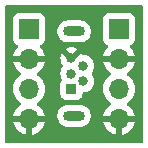
<source format=gbr>
%TF.GenerationSoftware,KiCad,Pcbnew,(6.0.1)*%
%TF.CreationDate,2022-03-20T21:24:39-04:00*%
%TF.ProjectId,jwrr3-usb-5v,6a777272-332d-4757-9362-2d35762e6b69,rev?*%
%TF.SameCoordinates,Original*%
%TF.FileFunction,Copper,L2,Bot*%
%TF.FilePolarity,Positive*%
%FSLAX46Y46*%
G04 Gerber Fmt 4.6, Leading zero omitted, Abs format (unit mm)*
G04 Created by KiCad (PCBNEW (6.0.1)) date 2022-03-20 21:24:39*
%MOMM*%
%LPD*%
G01*
G04 APERTURE LIST*
%TA.AperFunction,ComponentPad*%
%ADD10R,0.840000X0.840000*%
%TD*%
%TA.AperFunction,ComponentPad*%
%ADD11C,0.840000*%
%TD*%
%TA.AperFunction,ComponentPad*%
%ADD12O,1.850000X0.850000*%
%TD*%
%TA.AperFunction,ComponentPad*%
%ADD13R,1.700000X1.700000*%
%TD*%
%TA.AperFunction,ComponentPad*%
%ADD14O,1.700000X1.700000*%
%TD*%
%TA.AperFunction,Conductor*%
%ADD15C,0.250000*%
%TD*%
G04 APERTURE END LIST*
D10*
%TO.P,J1,1,VBUS*%
%TO.N,/VCC*%
X120430000Y-71120000D03*
D11*
%TO.P,J1,2,D-*%
%TO.N,Net-(J1-Pad2)*%
X121430000Y-70470000D03*
%TO.P,J1,3,D+*%
X120430000Y-69820000D03*
%TO.P,J1,4,ID*%
%TO.N,unconnected-(J1-Pad4)*%
X121430000Y-69170000D03*
%TO.P,J1,5,GND*%
%TO.N,/GND*%
X120430000Y-68520000D03*
D12*
%TO.P,J1,6,Shield*%
%TO.N,unconnected-(J1-Pad6)*%
X120650000Y-73395000D03*
X120650000Y-66245000D03*
%TD*%
D13*
%TO.P,J2,1,Pin_1*%
%TO.N,/VCC*%
X116840000Y-66040000D03*
D14*
%TO.P,J2,2,Pin_2*%
%TO.N,/GND*%
X116840000Y-68580000D03*
%TO.P,J2,3,Pin_3*%
%TO.N,/VCC*%
X116840000Y-71120000D03*
%TO.P,J2,4,Pin_4*%
%TO.N,/GND*%
X116840000Y-73660000D03*
%TD*%
D13*
%TO.P,J3,1,Pin_1*%
%TO.N,/VCC*%
X124460000Y-66040000D03*
D14*
%TO.P,J3,2,Pin_2*%
%TO.N,/GND*%
X124460000Y-68580000D03*
%TO.P,J3,3,Pin_3*%
%TO.N,/VCC*%
X124460000Y-71120000D03*
%TO.P,J3,4,Pin_4*%
%TO.N,/GND*%
X124460000Y-73660000D03*
%TD*%
D15*
%TO.N,/GND*%
X125984000Y-68580000D02*
X125984000Y-73660000D01*
X124460000Y-68580000D02*
X125984000Y-68580000D01*
X125984000Y-73660000D02*
X124460000Y-73660000D01*
X115316000Y-68580000D02*
X116840000Y-68580000D01*
X115316000Y-73660000D02*
X115316000Y-68580000D01*
X116840000Y-73660000D02*
X115316000Y-73660000D01*
X119220000Y-67310000D02*
X120430000Y-68520000D01*
X119220000Y-68232000D02*
X119220000Y-67310000D01*
X118872000Y-68580000D02*
X119220000Y-68232000D01*
X116840000Y-68580000D02*
X118872000Y-68580000D01*
X121666000Y-67310000D02*
X121640000Y-67310000D01*
X122936000Y-68580000D02*
X121666000Y-67310000D01*
X124460000Y-68580000D02*
X122936000Y-68580000D01*
X121640000Y-67310000D02*
X120430000Y-68520000D01*
%TD*%
%TA.AperFunction,Conductor*%
%TO.N,/GND*%
G36*
X126434121Y-64028002D02*
G01*
X126480614Y-64081658D01*
X126492000Y-64134000D01*
X126492000Y-75566000D01*
X126471998Y-75634121D01*
X126418342Y-75680614D01*
X126366000Y-75692000D01*
X114934000Y-75692000D01*
X114865879Y-75671998D01*
X114819386Y-75618342D01*
X114808000Y-75566000D01*
X114808000Y-73927966D01*
X115508257Y-73927966D01*
X115538565Y-74062446D01*
X115541645Y-74072275D01*
X115621770Y-74269603D01*
X115626413Y-74278794D01*
X115737694Y-74460388D01*
X115743777Y-74468699D01*
X115883213Y-74629667D01*
X115890580Y-74636883D01*
X116054434Y-74772916D01*
X116062881Y-74778831D01*
X116246756Y-74886279D01*
X116256042Y-74890729D01*
X116455001Y-74966703D01*
X116464899Y-74969579D01*
X116568250Y-74990606D01*
X116582299Y-74989410D01*
X116586000Y-74979065D01*
X116586000Y-74978517D01*
X117094000Y-74978517D01*
X117098064Y-74992359D01*
X117111478Y-74994393D01*
X117118184Y-74993534D01*
X117128262Y-74991392D01*
X117332255Y-74930191D01*
X117341842Y-74926433D01*
X117533095Y-74832739D01*
X117541945Y-74827464D01*
X117715328Y-74703792D01*
X117723200Y-74697139D01*
X117874052Y-74546812D01*
X117880730Y-74538965D01*
X118005003Y-74366020D01*
X118010313Y-74357183D01*
X118104670Y-74166267D01*
X118108469Y-74156672D01*
X118170377Y-73952910D01*
X118172555Y-73942837D01*
X118173986Y-73931962D01*
X118171775Y-73917778D01*
X118158617Y-73914000D01*
X117112115Y-73914000D01*
X117096876Y-73918475D01*
X117095671Y-73919865D01*
X117094000Y-73927548D01*
X117094000Y-74978517D01*
X116586000Y-74978517D01*
X116586000Y-73932115D01*
X116581525Y-73916876D01*
X116580135Y-73915671D01*
X116572452Y-73914000D01*
X115523225Y-73914000D01*
X115509694Y-73917973D01*
X115508257Y-73927966D01*
X114808000Y-73927966D01*
X114808000Y-73493115D01*
X119216500Y-73493115D01*
X119257298Y-73685056D01*
X119337112Y-73864321D01*
X119340992Y-73869662D01*
X119340993Y-73869663D01*
X119376093Y-73917973D01*
X119452453Y-74023074D01*
X119598280Y-74154377D01*
X119768220Y-74252492D01*
X119774506Y-74254534D01*
X119774505Y-74254534D01*
X119948566Y-74311090D01*
X119948567Y-74311090D01*
X119954845Y-74313130D01*
X119961408Y-74313820D01*
X119961409Y-74313820D01*
X119984405Y-74316237D01*
X120101078Y-74328500D01*
X121198922Y-74328500D01*
X121315595Y-74316237D01*
X121338591Y-74313820D01*
X121338592Y-74313820D01*
X121345155Y-74313130D01*
X121351433Y-74311090D01*
X121351434Y-74311090D01*
X121525495Y-74254534D01*
X121525494Y-74254534D01*
X121531780Y-74252492D01*
X121701720Y-74154377D01*
X121847547Y-74023074D01*
X121916648Y-73927966D01*
X123128257Y-73927966D01*
X123158565Y-74062446D01*
X123161645Y-74072275D01*
X123241770Y-74269603D01*
X123246413Y-74278794D01*
X123357694Y-74460388D01*
X123363777Y-74468699D01*
X123503213Y-74629667D01*
X123510580Y-74636883D01*
X123674434Y-74772916D01*
X123682881Y-74778831D01*
X123866756Y-74886279D01*
X123876042Y-74890729D01*
X124075001Y-74966703D01*
X124084899Y-74969579D01*
X124188250Y-74990606D01*
X124202299Y-74989410D01*
X124206000Y-74979065D01*
X124206000Y-74978517D01*
X124714000Y-74978517D01*
X124718064Y-74992359D01*
X124731478Y-74994393D01*
X124738184Y-74993534D01*
X124748262Y-74991392D01*
X124952255Y-74930191D01*
X124961842Y-74926433D01*
X125153095Y-74832739D01*
X125161945Y-74827464D01*
X125335328Y-74703792D01*
X125343200Y-74697139D01*
X125494052Y-74546812D01*
X125500730Y-74538965D01*
X125625003Y-74366020D01*
X125630313Y-74357183D01*
X125724670Y-74166267D01*
X125728469Y-74156672D01*
X125790377Y-73952910D01*
X125792555Y-73942837D01*
X125793986Y-73931962D01*
X125791775Y-73917778D01*
X125778617Y-73914000D01*
X124732115Y-73914000D01*
X124716876Y-73918475D01*
X124715671Y-73919865D01*
X124714000Y-73927548D01*
X124714000Y-74978517D01*
X124206000Y-74978517D01*
X124206000Y-73932115D01*
X124201525Y-73916876D01*
X124200135Y-73915671D01*
X124192452Y-73914000D01*
X123143225Y-73914000D01*
X123129694Y-73917973D01*
X123128257Y-73927966D01*
X121916648Y-73927966D01*
X121923908Y-73917973D01*
X121959007Y-73869663D01*
X121959008Y-73869662D01*
X121962888Y-73864321D01*
X122042702Y-73685056D01*
X122083500Y-73493115D01*
X122083500Y-73296885D01*
X122068407Y-73225875D01*
X122044074Y-73111401D01*
X122042702Y-73104944D01*
X122005245Y-73020814D01*
X121965573Y-72931709D01*
X121965572Y-72931707D01*
X121962888Y-72925679D01*
X121847547Y-72766926D01*
X121729032Y-72660215D01*
X121706628Y-72640042D01*
X121706627Y-72640041D01*
X121701720Y-72635623D01*
X121531780Y-72537508D01*
X121422867Y-72502120D01*
X121351434Y-72478910D01*
X121351433Y-72478910D01*
X121345155Y-72476870D01*
X121338592Y-72476180D01*
X121338591Y-72476180D01*
X121313730Y-72473567D01*
X121198922Y-72461500D01*
X120101078Y-72461500D01*
X119986270Y-72473567D01*
X119961409Y-72476180D01*
X119961408Y-72476180D01*
X119954845Y-72476870D01*
X119948567Y-72478910D01*
X119948566Y-72478910D01*
X119877133Y-72502120D01*
X119768220Y-72537508D01*
X119598280Y-72635623D01*
X119593373Y-72640041D01*
X119593372Y-72640042D01*
X119570968Y-72660215D01*
X119452453Y-72766926D01*
X119337112Y-72925679D01*
X119334428Y-72931707D01*
X119334427Y-72931709D01*
X119294755Y-73020814D01*
X119257298Y-73104944D01*
X119255926Y-73111401D01*
X119231594Y-73225875D01*
X119216500Y-73296885D01*
X119216500Y-73493115D01*
X114808000Y-73493115D01*
X114808000Y-71086695D01*
X115477251Y-71086695D01*
X115477548Y-71091848D01*
X115477548Y-71091851D01*
X115483011Y-71186590D01*
X115490110Y-71309715D01*
X115491247Y-71314761D01*
X115491248Y-71314767D01*
X115501283Y-71359292D01*
X115539222Y-71527639D01*
X115623266Y-71734616D01*
X115625965Y-71739020D01*
X115722212Y-71896081D01*
X115739987Y-71925088D01*
X115886250Y-72093938D01*
X116058126Y-72236632D01*
X116131955Y-72279774D01*
X116180679Y-72331412D01*
X116193750Y-72401195D01*
X116167019Y-72466967D01*
X116126562Y-72500327D01*
X116118457Y-72504546D01*
X116109738Y-72510036D01*
X115939433Y-72637905D01*
X115931726Y-72644748D01*
X115784590Y-72798717D01*
X115778104Y-72806727D01*
X115658098Y-72982649D01*
X115653000Y-72991623D01*
X115563338Y-73184783D01*
X115559775Y-73194470D01*
X115504389Y-73394183D01*
X115505912Y-73402607D01*
X115518292Y-73406000D01*
X118158344Y-73406000D01*
X118171875Y-73402027D01*
X118173180Y-73392947D01*
X118131214Y-73225875D01*
X118127894Y-73216124D01*
X118042972Y-73020814D01*
X118038105Y-73011739D01*
X117922426Y-72832926D01*
X117916136Y-72824757D01*
X117772806Y-72667240D01*
X117765273Y-72660215D01*
X117598139Y-72528222D01*
X117589556Y-72522520D01*
X117552602Y-72502120D01*
X117502631Y-72451687D01*
X117487859Y-72382245D01*
X117512975Y-72315839D01*
X117540327Y-72289232D01*
X117563797Y-72272491D01*
X117719860Y-72161173D01*
X117878096Y-72003489D01*
X117937594Y-71920689D01*
X118005435Y-71826277D01*
X118008453Y-71822077D01*
X118022384Y-71793891D01*
X118105136Y-71626453D01*
X118105137Y-71626451D01*
X118107430Y-71621811D01*
X118172370Y-71408069D01*
X118201529Y-71186590D01*
X118202086Y-71163810D01*
X118203074Y-71123365D01*
X118203074Y-71123361D01*
X118203156Y-71120000D01*
X118184852Y-70897361D01*
X118130431Y-70680702D01*
X118041354Y-70475840D01*
X117989803Y-70396154D01*
X117922822Y-70292617D01*
X117922820Y-70292614D01*
X117920014Y-70288277D01*
X117769670Y-70123051D01*
X117765619Y-70119852D01*
X117765615Y-70119848D01*
X117598414Y-69987800D01*
X117598410Y-69987798D01*
X117594359Y-69984598D01*
X117552569Y-69961529D01*
X117502598Y-69911097D01*
X117487826Y-69841654D01*
X117496016Y-69820000D01*
X119496386Y-69820000D01*
X119497076Y-69826565D01*
X119511262Y-69961529D01*
X119516788Y-70014109D01*
X119577101Y-70199735D01*
X119580404Y-70205457D01*
X119580405Y-70205458D01*
X119610503Y-70257589D01*
X119627241Y-70326584D01*
X119602210Y-70396154D01*
X119559385Y-70453295D01*
X119508255Y-70589684D01*
X119501500Y-70651866D01*
X119501500Y-71588134D01*
X119508255Y-71650316D01*
X119559385Y-71786705D01*
X119646739Y-71903261D01*
X119763295Y-71990615D01*
X119899684Y-72041745D01*
X119961866Y-72048500D01*
X120898134Y-72048500D01*
X120960316Y-72041745D01*
X121096705Y-71990615D01*
X121213261Y-71903261D01*
X121300615Y-71786705D01*
X121351745Y-71650316D01*
X121358500Y-71588134D01*
X121358500Y-71524500D01*
X121378502Y-71456379D01*
X121432158Y-71409886D01*
X121484500Y-71398500D01*
X121527589Y-71398500D01*
X121534042Y-71397128D01*
X121534046Y-71397128D01*
X121623046Y-71378210D01*
X121718503Y-71357920D01*
X121724534Y-71355235D01*
X121890777Y-71281218D01*
X121890779Y-71281217D01*
X121896807Y-71278533D01*
X122054710Y-71163810D01*
X122124145Y-71086695D01*
X123097251Y-71086695D01*
X123097548Y-71091848D01*
X123097548Y-71091851D01*
X123103011Y-71186590D01*
X123110110Y-71309715D01*
X123111247Y-71314761D01*
X123111248Y-71314767D01*
X123121283Y-71359292D01*
X123159222Y-71527639D01*
X123243266Y-71734616D01*
X123245965Y-71739020D01*
X123342212Y-71896081D01*
X123359987Y-71925088D01*
X123506250Y-72093938D01*
X123678126Y-72236632D01*
X123751955Y-72279774D01*
X123800679Y-72331412D01*
X123813750Y-72401195D01*
X123787019Y-72466967D01*
X123746562Y-72500327D01*
X123738457Y-72504546D01*
X123729738Y-72510036D01*
X123559433Y-72637905D01*
X123551726Y-72644748D01*
X123404590Y-72798717D01*
X123398104Y-72806727D01*
X123278098Y-72982649D01*
X123273000Y-72991623D01*
X123183338Y-73184783D01*
X123179775Y-73194470D01*
X123124389Y-73394183D01*
X123125912Y-73402607D01*
X123138292Y-73406000D01*
X125778344Y-73406000D01*
X125791875Y-73402027D01*
X125793180Y-73392947D01*
X125751214Y-73225875D01*
X125747894Y-73216124D01*
X125662972Y-73020814D01*
X125658105Y-73011739D01*
X125542426Y-72832926D01*
X125536136Y-72824757D01*
X125392806Y-72667240D01*
X125385273Y-72660215D01*
X125218139Y-72528222D01*
X125209556Y-72522520D01*
X125172602Y-72502120D01*
X125122631Y-72451687D01*
X125107859Y-72382245D01*
X125132975Y-72315839D01*
X125160327Y-72289232D01*
X125183797Y-72272491D01*
X125339860Y-72161173D01*
X125498096Y-72003489D01*
X125557594Y-71920689D01*
X125625435Y-71826277D01*
X125628453Y-71822077D01*
X125642384Y-71793891D01*
X125725136Y-71626453D01*
X125725137Y-71626451D01*
X125727430Y-71621811D01*
X125792370Y-71408069D01*
X125821529Y-71186590D01*
X125822086Y-71163810D01*
X125823074Y-71123365D01*
X125823074Y-71123361D01*
X125823156Y-71120000D01*
X125804852Y-70897361D01*
X125750431Y-70680702D01*
X125661354Y-70475840D01*
X125609803Y-70396154D01*
X125542822Y-70292617D01*
X125542820Y-70292614D01*
X125540014Y-70288277D01*
X125389670Y-70123051D01*
X125385619Y-70119852D01*
X125385615Y-70119848D01*
X125218414Y-69987800D01*
X125218410Y-69987798D01*
X125214359Y-69984598D01*
X125172569Y-69961529D01*
X125122598Y-69911097D01*
X125107826Y-69841654D01*
X125132942Y-69775248D01*
X125160294Y-69748641D01*
X125335328Y-69623792D01*
X125343200Y-69617139D01*
X125494052Y-69466812D01*
X125500730Y-69458965D01*
X125625003Y-69286020D01*
X125630313Y-69277183D01*
X125724670Y-69086267D01*
X125728469Y-69076672D01*
X125790377Y-68872910D01*
X125792555Y-68862837D01*
X125793986Y-68851962D01*
X125791775Y-68837778D01*
X125778617Y-68834000D01*
X123143225Y-68834000D01*
X123129694Y-68837973D01*
X123128257Y-68847966D01*
X123158565Y-68982446D01*
X123161645Y-68992275D01*
X123241770Y-69189603D01*
X123246413Y-69198794D01*
X123357694Y-69380388D01*
X123363777Y-69388699D01*
X123503213Y-69549667D01*
X123510580Y-69556883D01*
X123674434Y-69692916D01*
X123682881Y-69698831D01*
X123751969Y-69739203D01*
X123800693Y-69790842D01*
X123813764Y-69860625D01*
X123787033Y-69926396D01*
X123746584Y-69959752D01*
X123733607Y-69966507D01*
X123729474Y-69969610D01*
X123729471Y-69969612D01*
X123559100Y-70097530D01*
X123554965Y-70100635D01*
X123400629Y-70262138D01*
X123397715Y-70266410D01*
X123397714Y-70266411D01*
X123391247Y-70275891D01*
X123274743Y-70446680D01*
X123260871Y-70476565D01*
X123211798Y-70582285D01*
X123180688Y-70649305D01*
X123120989Y-70864570D01*
X123097251Y-71086695D01*
X122124145Y-71086695D01*
X122185310Y-71018765D01*
X122274334Y-70864570D01*
X122279595Y-70855458D01*
X122279596Y-70855457D01*
X122282899Y-70849735D01*
X122337821Y-70680702D01*
X122341172Y-70670388D01*
X122341172Y-70670387D01*
X122343212Y-70664109D01*
X122345262Y-70644610D01*
X122362924Y-70476565D01*
X122363614Y-70470000D01*
X122355852Y-70396154D01*
X122343902Y-70282455D01*
X122343902Y-70282454D01*
X122343212Y-70275891D01*
X122338744Y-70262138D01*
X122286268Y-70100635D01*
X122282899Y-70090265D01*
X122221893Y-69984598D01*
X122188613Y-69926956D01*
X122185310Y-69921235D01*
X122170072Y-69904311D01*
X122139354Y-69840305D01*
X122148117Y-69769851D01*
X122170072Y-69735688D01*
X122180891Y-69723673D01*
X122180892Y-69723672D01*
X122185310Y-69718765D01*
X122242556Y-69619612D01*
X122279595Y-69555458D01*
X122279596Y-69555457D01*
X122282899Y-69549735D01*
X122343212Y-69364109D01*
X122353490Y-69266327D01*
X122362924Y-69176565D01*
X122363614Y-69170000D01*
X122353805Y-69076672D01*
X122343902Y-68982455D01*
X122343902Y-68982454D01*
X122343212Y-68975891D01*
X122316866Y-68894804D01*
X122284941Y-68796550D01*
X122282899Y-68790265D01*
X122185310Y-68621235D01*
X122054710Y-68476190D01*
X121896807Y-68361467D01*
X121890779Y-68358783D01*
X121890777Y-68358782D01*
X121724534Y-68284765D01*
X121724532Y-68284764D01*
X121718503Y-68282080D01*
X121623046Y-68261790D01*
X121534046Y-68242872D01*
X121534042Y-68242872D01*
X121527589Y-68241500D01*
X121406811Y-68241500D01*
X121338690Y-68221498D01*
X121292197Y-68167842D01*
X121286977Y-68154435D01*
X121284479Y-68146748D01*
X121279136Y-68134746D01*
X121249881Y-68084075D01*
X121239675Y-68074344D01*
X121231654Y-68077556D01*
X120913709Y-68395501D01*
X120898675Y-68408342D01*
X120805290Y-68476190D01*
X120674690Y-68621235D01*
X120671390Y-68626950D01*
X120671389Y-68626952D01*
X120664836Y-68638303D01*
X120644811Y-68664399D01*
X120519095Y-68790115D01*
X120456783Y-68824141D01*
X120385968Y-68819076D01*
X120340905Y-68790115D01*
X119631989Y-68081199D01*
X119619609Y-68074439D01*
X119612694Y-68079615D01*
X119580864Y-68134746D01*
X119575518Y-68146754D01*
X119519319Y-68319716D01*
X119516589Y-68332559D01*
X119497578Y-68513435D01*
X119497578Y-68526565D01*
X119516589Y-68707441D01*
X119519319Y-68720284D01*
X119575518Y-68893246D01*
X119580864Y-68905254D01*
X119671793Y-69062747D01*
X119679517Y-69073378D01*
X119690266Y-69085316D01*
X119720983Y-69149324D01*
X119712218Y-69219777D01*
X119690266Y-69253936D01*
X119674690Y-69271235D01*
X119577101Y-69440265D01*
X119516788Y-69625891D01*
X119516098Y-69632454D01*
X119516098Y-69632455D01*
X119505248Y-69735688D01*
X119496386Y-69820000D01*
X117496016Y-69820000D01*
X117512942Y-69775248D01*
X117540294Y-69748641D01*
X117715328Y-69623792D01*
X117723200Y-69617139D01*
X117874052Y-69466812D01*
X117880730Y-69458965D01*
X118005003Y-69286020D01*
X118010313Y-69277183D01*
X118104670Y-69086267D01*
X118108469Y-69076672D01*
X118170377Y-68872910D01*
X118172555Y-68862837D01*
X118173986Y-68851962D01*
X118171775Y-68837778D01*
X118158617Y-68834000D01*
X115523225Y-68834000D01*
X115509694Y-68837973D01*
X115508257Y-68847966D01*
X115538565Y-68982446D01*
X115541645Y-68992275D01*
X115621770Y-69189603D01*
X115626413Y-69198794D01*
X115737694Y-69380388D01*
X115743777Y-69388699D01*
X115883213Y-69549667D01*
X115890580Y-69556883D01*
X116054434Y-69692916D01*
X116062881Y-69698831D01*
X116131969Y-69739203D01*
X116180693Y-69790842D01*
X116193764Y-69860625D01*
X116167033Y-69926396D01*
X116126584Y-69959752D01*
X116113607Y-69966507D01*
X116109474Y-69969610D01*
X116109471Y-69969612D01*
X115939100Y-70097530D01*
X115934965Y-70100635D01*
X115780629Y-70262138D01*
X115777715Y-70266410D01*
X115777714Y-70266411D01*
X115771247Y-70275891D01*
X115654743Y-70446680D01*
X115640871Y-70476565D01*
X115591798Y-70582285D01*
X115560688Y-70649305D01*
X115500989Y-70864570D01*
X115477251Y-71086695D01*
X114808000Y-71086695D01*
X114808000Y-66938134D01*
X115481500Y-66938134D01*
X115488255Y-67000316D01*
X115539385Y-67136705D01*
X115626739Y-67253261D01*
X115743295Y-67340615D01*
X115751704Y-67343767D01*
X115751705Y-67343768D01*
X115860960Y-67384726D01*
X115917725Y-67427367D01*
X115942425Y-67493929D01*
X115927218Y-67563278D01*
X115907825Y-67589759D01*
X115784590Y-67718717D01*
X115778104Y-67726727D01*
X115658098Y-67902649D01*
X115653000Y-67911623D01*
X115563338Y-68104783D01*
X115559775Y-68114470D01*
X115504389Y-68314183D01*
X115505912Y-68322607D01*
X115518292Y-68326000D01*
X118158344Y-68326000D01*
X118171875Y-68322027D01*
X118173180Y-68312947D01*
X118131214Y-68145875D01*
X118127894Y-68136124D01*
X118042972Y-67940814D01*
X118038105Y-67931739D01*
X117922426Y-67752926D01*
X117916136Y-67744757D01*
X117882892Y-67708223D01*
X119981473Y-67708223D01*
X119983070Y-67713860D01*
X120417188Y-68147978D01*
X120431132Y-68155592D01*
X120432965Y-68155461D01*
X120439580Y-68151210D01*
X120871520Y-67719270D01*
X120878280Y-67706890D01*
X120874769Y-67702201D01*
X120724383Y-67635245D01*
X120711887Y-67631185D01*
X120533994Y-67593372D01*
X120520934Y-67592000D01*
X120339066Y-67592000D01*
X120326006Y-67593372D01*
X120148113Y-67631185D01*
X120135617Y-67635245D01*
X119992219Y-67699089D01*
X119981473Y-67708223D01*
X117882892Y-67708223D01*
X117772293Y-67586677D01*
X117741241Y-67522831D01*
X117749635Y-67452333D01*
X117794812Y-67397564D01*
X117821256Y-67383895D01*
X117928297Y-67343767D01*
X117936705Y-67340615D01*
X118053261Y-67253261D01*
X118140615Y-67136705D01*
X118191745Y-67000316D01*
X118198500Y-66938134D01*
X118198500Y-66343115D01*
X119216500Y-66343115D01*
X119257298Y-66535056D01*
X119337112Y-66714321D01*
X119452453Y-66873074D01*
X119457363Y-66877495D01*
X119457364Y-66877496D01*
X119524710Y-66938134D01*
X119598280Y-67004377D01*
X119768220Y-67102492D01*
X119774506Y-67104534D01*
X119774505Y-67104534D01*
X119948566Y-67161090D01*
X119948567Y-67161090D01*
X119954845Y-67163130D01*
X119961408Y-67163820D01*
X119961409Y-67163820D01*
X119984405Y-67166237D01*
X120101078Y-67178500D01*
X121198922Y-67178500D01*
X121315595Y-67166237D01*
X121338591Y-67163820D01*
X121338592Y-67163820D01*
X121345155Y-67163130D01*
X121351433Y-67161090D01*
X121351434Y-67161090D01*
X121525495Y-67104534D01*
X121525494Y-67104534D01*
X121531780Y-67102492D01*
X121701720Y-67004377D01*
X121775291Y-66938134D01*
X123101500Y-66938134D01*
X123108255Y-67000316D01*
X123159385Y-67136705D01*
X123246739Y-67253261D01*
X123363295Y-67340615D01*
X123371704Y-67343767D01*
X123371705Y-67343768D01*
X123480960Y-67384726D01*
X123537725Y-67427367D01*
X123562425Y-67493929D01*
X123547218Y-67563278D01*
X123527825Y-67589759D01*
X123404590Y-67718717D01*
X123398104Y-67726727D01*
X123278098Y-67902649D01*
X123273000Y-67911623D01*
X123183338Y-68104783D01*
X123179775Y-68114470D01*
X123124389Y-68314183D01*
X123125912Y-68322607D01*
X123138292Y-68326000D01*
X125778344Y-68326000D01*
X125791875Y-68322027D01*
X125793180Y-68312947D01*
X125751214Y-68145875D01*
X125747894Y-68136124D01*
X125662972Y-67940814D01*
X125658105Y-67931739D01*
X125542426Y-67752926D01*
X125536136Y-67744757D01*
X125392293Y-67586677D01*
X125361241Y-67522831D01*
X125369635Y-67452333D01*
X125414812Y-67397564D01*
X125441256Y-67383895D01*
X125548297Y-67343767D01*
X125556705Y-67340615D01*
X125673261Y-67253261D01*
X125760615Y-67136705D01*
X125811745Y-67000316D01*
X125818500Y-66938134D01*
X125818500Y-65141866D01*
X125811745Y-65079684D01*
X125760615Y-64943295D01*
X125673261Y-64826739D01*
X125556705Y-64739385D01*
X125420316Y-64688255D01*
X125358134Y-64681500D01*
X123561866Y-64681500D01*
X123499684Y-64688255D01*
X123363295Y-64739385D01*
X123246739Y-64826739D01*
X123159385Y-64943295D01*
X123108255Y-65079684D01*
X123101500Y-65141866D01*
X123101500Y-66938134D01*
X121775291Y-66938134D01*
X121842636Y-66877496D01*
X121842637Y-66877495D01*
X121847547Y-66873074D01*
X121962888Y-66714321D01*
X122042702Y-66535056D01*
X122083500Y-66343115D01*
X122083500Y-66146885D01*
X122042702Y-65954944D01*
X121962888Y-65775679D01*
X121847547Y-65616926D01*
X121701720Y-65485623D01*
X121531780Y-65387508D01*
X121454059Y-65362255D01*
X121351434Y-65328910D01*
X121351433Y-65328910D01*
X121345155Y-65326870D01*
X121338592Y-65326180D01*
X121338591Y-65326180D01*
X121315595Y-65323763D01*
X121198922Y-65311500D01*
X120101078Y-65311500D01*
X119984405Y-65323763D01*
X119961409Y-65326180D01*
X119961408Y-65326180D01*
X119954845Y-65326870D01*
X119948567Y-65328910D01*
X119948566Y-65328910D01*
X119845941Y-65362255D01*
X119768220Y-65387508D01*
X119598280Y-65485623D01*
X119452453Y-65616926D01*
X119337112Y-65775679D01*
X119257298Y-65954944D01*
X119216500Y-66146885D01*
X119216500Y-66343115D01*
X118198500Y-66343115D01*
X118198500Y-65141866D01*
X118191745Y-65079684D01*
X118140615Y-64943295D01*
X118053261Y-64826739D01*
X117936705Y-64739385D01*
X117800316Y-64688255D01*
X117738134Y-64681500D01*
X115941866Y-64681500D01*
X115879684Y-64688255D01*
X115743295Y-64739385D01*
X115626739Y-64826739D01*
X115539385Y-64943295D01*
X115488255Y-65079684D01*
X115481500Y-65141866D01*
X115481500Y-66938134D01*
X114808000Y-66938134D01*
X114808000Y-64134000D01*
X114828002Y-64065879D01*
X114881658Y-64019386D01*
X114934000Y-64008000D01*
X126366000Y-64008000D01*
X126434121Y-64028002D01*
G37*
%TD.AperFunction*%
%TD*%
M02*

</source>
